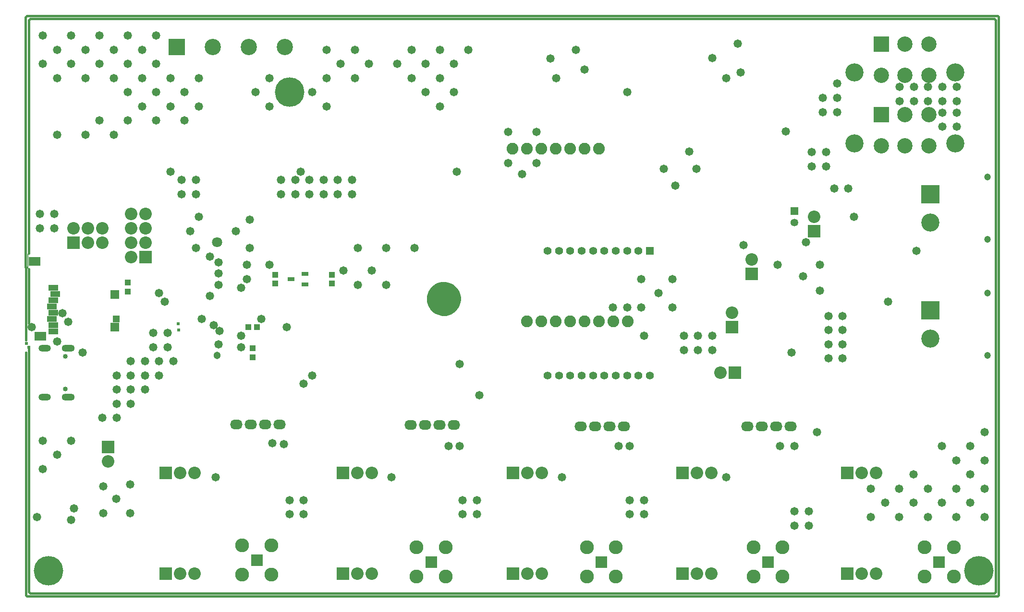
<source format=gbs>
G04*
G04 #@! TF.GenerationSoftware,Altium Limited,Altium Designer,22.8.2 (66)*
G04*
G04 Layer_Color=16711935*
%FSLAX25Y25*%
%MOIN*%
G70*
G04*
G04 #@! TF.SameCoordinates,96B98669-0A76-488E-AF90-C307CBE701B7*
G04*
G04*
G04 #@! TF.FilePolarity,Negative*
G04*
G01*
G75*
%ADD40C,0.07874*%
%ADD41C,0.01500*%
%ADD52R,0.04461X0.04225*%
%ADD53R,0.04225X0.04461*%
%ADD55R,0.04737X0.03162*%
%ADD67C,0.08200*%
%ADD68C,0.07099*%
%ADD69C,0.05131*%
%ADD70C,0.14580*%
%ADD71O,0.08674X0.06706*%
%ADD72R,0.08674X0.08674*%
%ADD73C,0.08674*%
%ADD74R,0.08674X0.08674*%
%ADD75R,0.11312X0.11312*%
%ADD76C,0.11312*%
%ADD77C,0.12611*%
%ADD78R,0.10642X0.10642*%
%ADD79C,0.10642*%
%ADD80C,0.10642*%
%ADD81R,0.12611X0.12611*%
%ADD82C,0.04737*%
%ADD83R,0.05328X0.05328*%
%ADD84C,0.05328*%
%ADD85C,0.05512*%
%ADD86R,0.05512X0.05512*%
%ADD87C,0.09646*%
%ADD88R,0.08465X0.08465*%
%ADD89O,0.08674X0.04737*%
%ADD90O,0.09068X0.04934*%
%ADD91C,0.03359*%
%ADD92C,0.20485*%
%ADD93C,0.05800*%
%ADD94C,0.02375*%
%ADD95C,0.00600*%
%ADD130R,0.06312X0.05918*%
%ADD131R,0.04540X0.04737*%
%ADD132R,0.06706X0.03950*%
%ADD133R,0.08280X0.06312*%
D40*
X396555Y305118D02*
X396491Y306125D01*
X396298Y307115D01*
X395980Y308073D01*
X395542Y308982D01*
X394991Y309828D01*
X394337Y310596D01*
X393590Y311274D01*
X392763Y311852D01*
X391868Y312318D01*
X390921Y312667D01*
X389938Y312891D01*
X388933Y312988D01*
X387925Y312956D01*
X386929Y312795D01*
X385962Y312508D01*
X385039Y312099D01*
X384176Y311576D01*
X383387Y310947D01*
X382685Y310222D01*
X382082Y309414D01*
X381587Y308535D01*
X381208Y307599D01*
X380952Y306623D01*
X380823Y305623D01*
Y304614D01*
X380952Y303613D01*
X381208Y302637D01*
X381587Y301702D01*
X382082Y300823D01*
X382685Y300014D01*
X383387Y299289D01*
X384176Y298660D01*
X385039Y298137D01*
X385962Y297729D01*
X386929Y297442D01*
X387925Y297281D01*
X388933Y297248D01*
X389938Y297345D01*
X390921Y297569D01*
X391868Y297918D01*
X392763Y298385D01*
X393590Y298962D01*
X394337Y299640D01*
X394991Y300409D01*
X395542Y301254D01*
X395980Y302163D01*
X396298Y303121D01*
X396491Y304111D01*
X396555Y305118D01*
D41*
X770643Y100525D02*
X771522Y101404D01*
Y498990D01*
X770643Y499868D02*
X771522Y498990D01*
X100525D02*
X101404Y499868D01*
X770643D01*
X100525Y337045D02*
Y498990D01*
X102362Y285433D02*
Y286380D01*
X100525Y288217D02*
X102362Y286380D01*
X100525Y288217D02*
Y325893D01*
Y101404D02*
Y271654D01*
X101404Y100525D02*
X770643D01*
X100525Y101404D02*
X101404Y100525D01*
X98425Y276469D02*
Y327102D01*
X98237Y327290D02*
X98425Y327102D01*
Y99304D02*
X99304Y98425D01*
X98425Y267717D02*
X98425Y99304D01*
X99304Y98425D02*
X772743D01*
X773622Y99304D01*
Y501090D01*
X772743Y501968D02*
X773622Y501090D01*
X98237Y500902D02*
X99304Y501968D01*
X772743D01*
X98237Y327290D02*
Y500902D01*
D52*
X311024Y315827D02*
D03*
Y321969D02*
D03*
X271654Y315827D02*
D03*
Y321969D02*
D03*
X169291Y310315D02*
D03*
Y316457D02*
D03*
X255906Y270787D02*
D03*
Y264646D02*
D03*
D53*
X252835Y285433D02*
D03*
X258976D02*
D03*
D55*
X282677Y318898D02*
D03*
X292126Y315158D02*
D03*
Y322638D02*
D03*
D67*
X446220Y289449D02*
D03*
X506220D02*
D03*
X496220D02*
D03*
X486221D02*
D03*
X476221D02*
D03*
X466221D02*
D03*
X456220D02*
D03*
X496220Y409449D02*
D03*
X486221D02*
D03*
X476221D02*
D03*
X466221D02*
D03*
X456220D02*
D03*
X446220D02*
D03*
X436221D02*
D03*
X516221Y289449D02*
D03*
D68*
X231201Y344488D02*
D03*
D69*
Y265748D02*
D03*
D70*
X388681Y305118D02*
D03*
D71*
X274594Y217941D02*
D03*
X264595D02*
D03*
X254594D02*
D03*
X244595D02*
D03*
X395512Y217402D02*
D03*
X385512D02*
D03*
X375512D02*
D03*
X365512D02*
D03*
X513622Y216535D02*
D03*
X503622D02*
D03*
X493622D02*
D03*
X483622D02*
D03*
X629291Y216535D02*
D03*
X619291D02*
D03*
X609291D02*
D03*
X599291D02*
D03*
D72*
X131575Y344331D02*
D03*
X590551Y253937D02*
D03*
X195539Y184173D02*
D03*
X195539Y114173D02*
D03*
X318583Y184173D02*
D03*
X318583Y114173D02*
D03*
X436693Y184173D02*
D03*
X436693Y114173D02*
D03*
X668661D02*
D03*
X554173Y184173D02*
D03*
X668661Y184173D02*
D03*
X554173Y114173D02*
D03*
D73*
X151575Y354331D02*
D03*
Y344331D02*
D03*
X141575Y354331D02*
D03*
Y344331D02*
D03*
X131575Y354331D02*
D03*
X580551Y253937D02*
D03*
X645669Y362362D02*
D03*
X155512Y192318D02*
D03*
X171575Y364331D02*
D03*
X181575D02*
D03*
X171575Y354331D02*
D03*
X181575D02*
D03*
X171575Y344331D02*
D03*
X181575D02*
D03*
X171575Y334331D02*
D03*
X602362Y332677D02*
D03*
X588583Y295433D02*
D03*
X215539Y184173D02*
D03*
X205539D02*
D03*
X215539Y114173D02*
D03*
X205539D02*
D03*
X338583Y184173D02*
D03*
X328583D02*
D03*
X338583Y114173D02*
D03*
X328583D02*
D03*
X456693Y184173D02*
D03*
X446693D02*
D03*
X456693Y114173D02*
D03*
X446693D02*
D03*
X688661D02*
D03*
X678661D02*
D03*
X574173Y184173D02*
D03*
X564173D02*
D03*
X688661Y184173D02*
D03*
X678661D02*
D03*
X574173Y114173D02*
D03*
X564173D02*
D03*
D74*
X645669Y352362D02*
D03*
X155512Y202318D02*
D03*
X181575Y334331D02*
D03*
X602362Y322677D02*
D03*
X588583Y285433D02*
D03*
D75*
X203346Y480315D02*
D03*
D76*
X228346D02*
D03*
X253346D02*
D03*
X278346D02*
D03*
D77*
X673622Y462441D02*
D03*
X743701D02*
D03*
X673622Y413228D02*
D03*
X743701D02*
D03*
X726378Y277559D02*
D03*
Y358268D02*
D03*
D78*
X692126Y482283D02*
D03*
Y433071D02*
D03*
D79*
Y460630D02*
D03*
X708661D02*
D03*
X725197Y482283D02*
D03*
Y460630D02*
D03*
X692126Y411417D02*
D03*
X708661D02*
D03*
X725197Y433071D02*
D03*
Y411417D02*
D03*
D80*
X708661Y482283D02*
D03*
Y433071D02*
D03*
D81*
X726378Y297244D02*
D03*
Y377953D02*
D03*
D82*
X765748Y309055D02*
D03*
Y265748D02*
D03*
Y389764D02*
D03*
Y346457D02*
D03*
D83*
X631890Y366169D02*
D03*
D84*
Y358268D02*
D03*
D85*
X531496Y251969D02*
D03*
X523622D02*
D03*
X515748D02*
D03*
X507874D02*
D03*
X500000D02*
D03*
X492126D02*
D03*
X484252D02*
D03*
X476378D02*
D03*
X468504D02*
D03*
X460630D02*
D03*
Y338583D02*
D03*
X468504D02*
D03*
X476378D02*
D03*
X484252D02*
D03*
X492126D02*
D03*
X500000D02*
D03*
X507874D02*
D03*
X515748D02*
D03*
X523622D02*
D03*
D86*
X531496D02*
D03*
D87*
X248709Y133787D02*
D03*
X268984D02*
D03*
X248709Y113512D02*
D03*
X268984D02*
D03*
X369626Y132382D02*
D03*
X389902D02*
D03*
X369626Y112106D02*
D03*
X389902D02*
D03*
X487736Y132382D02*
D03*
X508012D02*
D03*
X487736Y112106D02*
D03*
X508012D02*
D03*
X722146Y132382D02*
D03*
X742421D02*
D03*
X722146Y112106D02*
D03*
X742421D02*
D03*
X603406Y132382D02*
D03*
X623681D02*
D03*
X603406Y112106D02*
D03*
X623681D02*
D03*
D88*
X258846Y123650D02*
D03*
X379764Y122244D02*
D03*
X497874D02*
D03*
X732283Y122244D02*
D03*
X613543Y122244D02*
D03*
D89*
X111496Y270905D02*
D03*
Y236890D02*
D03*
D90*
X127953Y270905D02*
D03*
Y236890D02*
D03*
D91*
X125984Y242520D02*
D03*
Y265276D02*
D03*
D92*
X759842Y116142D02*
D03*
X114173D02*
D03*
X281496Y448819D02*
D03*
D93*
X596457Y342520D02*
D03*
X525591Y299213D02*
D03*
Y318898D02*
D03*
X505905Y299213D02*
D03*
X244094Y352362D02*
D03*
X253937Y340551D02*
D03*
X226378Y307087D02*
D03*
X129921Y151575D02*
D03*
X106299Y153543D02*
D03*
X190945Y309055D02*
D03*
X194882Y303150D02*
D03*
X277559Y204061D02*
D03*
X257874Y448819D02*
D03*
X267717Y438976D02*
D03*
Y458661D02*
D03*
X307087D02*
D03*
Y478346D02*
D03*
X316929Y468504D02*
D03*
X326772Y458661D02*
D03*
Y478346D02*
D03*
X336614Y468504D02*
D03*
X139764Y458661D02*
D03*
X129921Y468504D02*
D03*
X152221Y156360D02*
D03*
X152320Y175035D02*
D03*
X574803Y279528D02*
D03*
X564961D02*
D03*
X574803Y269685D02*
D03*
X555118Y279528D02*
D03*
X564961Y269685D02*
D03*
X555118D02*
D03*
X118110Y364173D02*
D03*
X108268D02*
D03*
X118110Y354331D02*
D03*
X108268D02*
D03*
X285433Y387795D02*
D03*
X275590D02*
D03*
X285433Y377953D02*
D03*
X275590D02*
D03*
X324803Y387795D02*
D03*
X314961D02*
D03*
X324803Y377953D02*
D03*
X314961D02*
D03*
X305118Y387795D02*
D03*
X295276D02*
D03*
X305118Y377953D02*
D03*
X295276D02*
D03*
X216535Y387795D02*
D03*
X206693D02*
D03*
X216535Y377953D02*
D03*
X206693D02*
D03*
X196850Y281496D02*
D03*
X187008D02*
D03*
X196850Y271654D02*
D03*
X187008D02*
D03*
X368110Y340551D02*
D03*
X328740D02*
D03*
X348425D02*
D03*
X705026Y452425D02*
D03*
Y442583D02*
D03*
X724711Y452425D02*
D03*
X714868D02*
D03*
X724711Y442583D02*
D03*
X714868D02*
D03*
X744396Y452425D02*
D03*
X734553D02*
D03*
X744396Y442583D02*
D03*
X734553D02*
D03*
X744396Y434709D02*
D03*
X734553D02*
D03*
X744396Y424866D02*
D03*
X734553D02*
D03*
X661417Y454724D02*
D03*
Y444882D02*
D03*
X651575D02*
D03*
X661417Y435039D02*
D03*
X651575D02*
D03*
X653845Y407150D02*
D03*
X644002D02*
D03*
X653845Y397307D02*
D03*
X644002D02*
D03*
X659449Y381890D02*
D03*
X669291D02*
D03*
X655512Y283465D02*
D03*
X665354D02*
D03*
X655512Y293307D02*
D03*
X665354D02*
D03*
X655512Y263779D02*
D03*
X665354D02*
D03*
X655512Y273622D02*
D03*
X665354D02*
D03*
X714567Y183071D02*
D03*
X734252Y202756D02*
D03*
X763779Y192913D02*
D03*
X753937Y183071D02*
D03*
X744095Y192913D02*
D03*
X763779Y212598D02*
D03*
X753937Y202756D02*
D03*
X685039Y173228D02*
D03*
X704724D02*
D03*
X694882Y163386D02*
D03*
X704724Y153543D02*
D03*
X685039D02*
D03*
X724409D02*
D03*
X714567Y163386D02*
D03*
X724409Y173228D02*
D03*
X744095Y153543D02*
D03*
X734252Y163386D02*
D03*
X744095Y173228D02*
D03*
X763779Y153543D02*
D03*
X753937Y163386D02*
D03*
X763779Y173228D02*
D03*
X269685Y204724D02*
D03*
X631890Y202756D02*
D03*
X622047D02*
D03*
X391732D02*
D03*
X399606D02*
D03*
X509842D02*
D03*
X517717D02*
D03*
X641732Y157480D02*
D03*
X631890D02*
D03*
X641732Y147638D02*
D03*
X631890D02*
D03*
X527559Y165354D02*
D03*
X517717D02*
D03*
X527559Y155512D02*
D03*
X517717D02*
D03*
X411417Y165354D02*
D03*
X401575D02*
D03*
X411417Y155512D02*
D03*
X401575D02*
D03*
X291339Y165354D02*
D03*
X281496D02*
D03*
X291339Y155512D02*
D03*
X281496D02*
D03*
X348425Y314961D02*
D03*
X318898Y324803D02*
D03*
X328740Y314961D02*
D03*
X338583Y324803D02*
D03*
X547244Y299213D02*
D03*
X537402Y309055D02*
D03*
X547244Y318898D02*
D03*
X527559Y279528D02*
D03*
X515748Y299213D02*
D03*
X442913Y391732D02*
D03*
X433071Y399606D02*
D03*
Y421260D02*
D03*
X452756Y399606D02*
D03*
Y421260D02*
D03*
X385827Y438976D02*
D03*
X395669Y448819D02*
D03*
X375984D02*
D03*
Y468504D02*
D03*
X385827Y458661D02*
D03*
Y478346D02*
D03*
X395669Y468504D02*
D03*
X405512Y478346D02*
D03*
X366142Y458661D02*
D03*
X356299Y468504D02*
D03*
X366142Y478346D02*
D03*
X307087Y438976D02*
D03*
X297244Y448819D02*
D03*
X149606Y429134D02*
D03*
X120079Y419291D02*
D03*
X139764D02*
D03*
X159449D02*
D03*
X208661Y429134D02*
D03*
X169291D02*
D03*
Y448819D02*
D03*
X188976Y429134D02*
D03*
X179134Y438976D02*
D03*
X188976Y448819D02*
D03*
X198819Y438976D02*
D03*
Y458661D02*
D03*
X218504Y438976D02*
D03*
X208661Y448819D02*
D03*
X218504Y458661D02*
D03*
X179134D02*
D03*
X159449D02*
D03*
X120079D02*
D03*
X110236Y488189D02*
D03*
X129921D02*
D03*
X120079Y478346D02*
D03*
X110236Y468504D02*
D03*
X149606D02*
D03*
X139764Y478346D02*
D03*
X149606Y488189D02*
D03*
X169291Y468504D02*
D03*
X159449Y478346D02*
D03*
X169291Y488189D02*
D03*
X188976Y468504D02*
D03*
X179134Y478346D02*
D03*
X188976Y488189D02*
D03*
X181102Y242126D02*
D03*
X200787Y261811D02*
D03*
X171260D02*
D03*
X181102Y251969D02*
D03*
X190945D02*
D03*
X181102Y261811D02*
D03*
X190945D02*
D03*
X151575Y222441D02*
D03*
X171260Y251969D02*
D03*
X161417D02*
D03*
X171260Y242126D02*
D03*
X161417D02*
D03*
Y232283D02*
D03*
Y222441D02*
D03*
X171260Y232283D02*
D03*
X110236Y187008D02*
D03*
Y206693D02*
D03*
X120079Y196850D02*
D03*
X129921Y206693D02*
D03*
X218504Y362205D02*
D03*
X212598Y352362D02*
D03*
X297244Y251969D02*
D03*
X279528Y285433D02*
D03*
X261811Y291339D02*
D03*
X232901Y282839D02*
D03*
X229032Y286887D02*
D03*
X220472Y291339D02*
D03*
X625984Y421450D02*
D03*
X673228Y362205D02*
D03*
X161112Y166208D02*
D03*
X170954Y156365D02*
D03*
Y176050D02*
D03*
X124016Y295164D02*
D03*
X127953Y289370D02*
D03*
X647638Y212598D02*
D03*
X102619Y285434D02*
D03*
X137795Y267717D02*
D03*
X584646Y181102D02*
D03*
X230315D02*
D03*
X352362D02*
D03*
X470472Y181102D02*
D03*
X232283Y273622D02*
D03*
X559055Y407480D02*
D03*
X541339Y395669D02*
D03*
X563858D02*
D03*
X592520Y482620D02*
D03*
X120079Y275590D02*
D03*
X232283Y322835D02*
D03*
X251969Y328740D02*
D03*
X267717D02*
D03*
X251969Y318898D02*
D03*
X248031Y312992D02*
D03*
X515748Y448819D02*
D03*
X216566Y340404D02*
D03*
X226378Y334483D02*
D03*
X253937Y360236D02*
D03*
X232283Y330709D02*
D03*
X549213Y383858D02*
D03*
X620079Y328740D02*
D03*
X639764Y344488D02*
D03*
X637795Y320866D02*
D03*
X413386Y238189D02*
D03*
X291339Y246063D02*
D03*
X399606Y259842D02*
D03*
X232283Y314961D02*
D03*
X629921Y267717D02*
D03*
X248031Y271654D02*
D03*
Y279528D02*
D03*
X716535Y338583D02*
D03*
X696850Y303150D02*
D03*
X649606Y311024D02*
D03*
Y328740D02*
D03*
X594488Y462598D02*
D03*
X574803Y472441D02*
D03*
X584646Y458661D02*
D03*
X289370Y393701D02*
D03*
X198819D02*
D03*
X397638D02*
D03*
X466535Y458661D02*
D03*
X462432Y472104D02*
D03*
X486221Y464567D02*
D03*
X480315Y478346D02*
D03*
X131890Y159449D02*
D03*
D94*
X100525Y271654D02*
D03*
X98787Y274363D02*
D03*
X204307Y287819D02*
D03*
X204724Y283465D02*
D03*
D95*
X99887Y336407D02*
X100525Y337045D01*
X99887Y326531D02*
Y336407D01*
Y326531D02*
X100525Y325893D01*
D130*
X160236Y285630D02*
D03*
Y308071D02*
D03*
D131*
X161122Y291102D02*
D03*
D132*
X117480Y282441D02*
D03*
Y286772D02*
D03*
X116693Y291102D02*
D03*
X117480Y295433D02*
D03*
X116693Y299764D02*
D03*
X117480Y304095D02*
D03*
X119055Y308425D02*
D03*
X117480Y312756D02*
D03*
D133*
X108465Y279331D02*
D03*
X104528Y331102D02*
D03*
M02*

</source>
